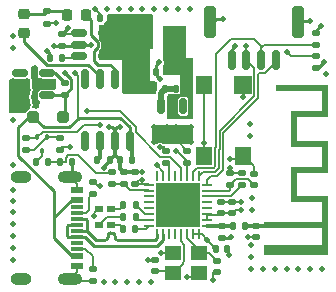
<source format=gtl>
G04 #@! TF.GenerationSoftware,KiCad,Pcbnew,8.0.3*
G04 #@! TF.CreationDate,2024-07-05T13:17:58+02:00*
G04 #@! TF.ProjectId,ESP32-C3-V2,45535033-322d-4433-932d-56322e6b6963,rev?*
G04 #@! TF.SameCoordinates,Original*
G04 #@! TF.FileFunction,Copper,L1,Top*
G04 #@! TF.FilePolarity,Positive*
%FSLAX46Y46*%
G04 Gerber Fmt 4.6, Leading zero omitted, Abs format (unit mm)*
G04 Created by KiCad (PCBNEW 8.0.3) date 2024-07-05 13:17:58*
%MOMM*%
%LPD*%
G01*
G04 APERTURE LIST*
G04 Aperture macros list*
%AMRoundRect*
0 Rectangle with rounded corners*
0 $1 Rounding radius*
0 $2 $3 $4 $5 $6 $7 $8 $9 X,Y pos of 4 corners*
0 Add a 4 corners polygon primitive as box body*
4,1,4,$2,$3,$4,$5,$6,$7,$8,$9,$2,$3,0*
0 Add four circle primitives for the rounded corners*
1,1,$1+$1,$2,$3*
1,1,$1+$1,$4,$5*
1,1,$1+$1,$6,$7*
1,1,$1+$1,$8,$9*
0 Add four rect primitives between the rounded corners*
20,1,$1+$1,$2,$3,$4,$5,0*
20,1,$1+$1,$4,$5,$6,$7,0*
20,1,$1+$1,$6,$7,$8,$9,0*
20,1,$1+$1,$8,$9,$2,$3,0*%
G04 Aperture macros list end*
G04 #@! TA.AperFunction,EtchedComponent*
%ADD10C,0.000000*%
G04 #@! TD*
G04 #@! TA.AperFunction,SMDPad,CuDef*
%ADD11RoundRect,0.140000X-0.170000X0.140000X-0.170000X-0.140000X0.170000X-0.140000X0.170000X0.140000X0*%
G04 #@! TD*
G04 #@! TA.AperFunction,SMDPad,CuDef*
%ADD12RoundRect,0.135000X-0.185000X0.135000X-0.185000X-0.135000X0.185000X-0.135000X0.185000X0.135000X0*%
G04 #@! TD*
G04 #@! TA.AperFunction,SMDPad,CuDef*
%ADD13RoundRect,0.135000X-0.135000X-0.185000X0.135000X-0.185000X0.135000X0.185000X-0.135000X0.185000X0*%
G04 #@! TD*
G04 #@! TA.AperFunction,SMDPad,CuDef*
%ADD14RoundRect,0.150000X0.150000X0.700000X-0.150000X0.700000X-0.150000X-0.700000X0.150000X-0.700000X0*%
G04 #@! TD*
G04 #@! TA.AperFunction,SMDPad,CuDef*
%ADD15RoundRect,0.250000X0.250000X1.100000X-0.250000X1.100000X-0.250000X-1.100000X0.250000X-1.100000X0*%
G04 #@! TD*
G04 #@! TA.AperFunction,SMDPad,CuDef*
%ADD16RoundRect,0.140000X-0.140000X-0.170000X0.140000X-0.170000X0.140000X0.170000X-0.140000X0.170000X0*%
G04 #@! TD*
G04 #@! TA.AperFunction,SMDPad,CuDef*
%ADD17RoundRect,0.140000X0.170000X-0.140000X0.170000X0.140000X-0.170000X0.140000X-0.170000X-0.140000X0*%
G04 #@! TD*
G04 #@! TA.AperFunction,SMDPad,CuDef*
%ADD18RoundRect,0.135000X0.135000X0.185000X-0.135000X0.185000X-0.135000X-0.185000X0.135000X-0.185000X0*%
G04 #@! TD*
G04 #@! TA.AperFunction,SMDPad,CuDef*
%ADD19R,0.700000X0.600000*%
G04 #@! TD*
G04 #@! TA.AperFunction,SMDPad,CuDef*
%ADD20RoundRect,0.218750X0.256250X-0.218750X0.256250X0.218750X-0.256250X0.218750X-0.256250X-0.218750X0*%
G04 #@! TD*
G04 #@! TA.AperFunction,SMDPad,CuDef*
%ADD21R,1.140000X0.600000*%
G04 #@! TD*
G04 #@! TA.AperFunction,SMDPad,CuDef*
%ADD22R,1.140000X0.300000*%
G04 #@! TD*
G04 #@! TA.AperFunction,ComponentPad*
%ADD23O,2.100000X1.000000*%
G04 #@! TD*
G04 #@! TA.AperFunction,ComponentPad*
%ADD24O,1.800000X1.000000*%
G04 #@! TD*
G04 #@! TA.AperFunction,ComponentPad*
%ADD25RoundRect,0.250000X0.350000X0.625000X-0.350000X0.625000X-0.350000X-0.625000X0.350000X-0.625000X0*%
G04 #@! TD*
G04 #@! TA.AperFunction,ComponentPad*
%ADD26O,1.200000X1.750000*%
G04 #@! TD*
G04 #@! TA.AperFunction,SMDPad,CuDef*
%ADD27RoundRect,0.140000X0.140000X0.170000X-0.140000X0.170000X-0.140000X-0.170000X0.140000X-0.170000X0*%
G04 #@! TD*
G04 #@! TA.AperFunction,SMDPad,CuDef*
%ADD28RoundRect,0.250000X0.250000X0.250000X-0.250000X0.250000X-0.250000X-0.250000X0.250000X-0.250000X0*%
G04 #@! TD*
G04 #@! TA.AperFunction,SMDPad,CuDef*
%ADD29RoundRect,0.135000X0.185000X-0.135000X0.185000X0.135000X-0.185000X0.135000X-0.185000X-0.135000X0*%
G04 #@! TD*
G04 #@! TA.AperFunction,SMDPad,CuDef*
%ADD30RoundRect,0.218750X0.218750X0.256250X-0.218750X0.256250X-0.218750X-0.256250X0.218750X-0.256250X0*%
G04 #@! TD*
G04 #@! TA.AperFunction,SMDPad,CuDef*
%ADD31RoundRect,0.100000X-0.100000X0.125000X-0.100000X-0.125000X0.100000X-0.125000X0.100000X0.125000X0*%
G04 #@! TD*
G04 #@! TA.AperFunction,SMDPad,CuDef*
%ADD32R,1.500000X1.500000*%
G04 #@! TD*
G04 #@! TA.AperFunction,SMDPad,CuDef*
%ADD33R,1.400000X1.600000*%
G04 #@! TD*
G04 #@! TA.AperFunction,ConnectorPad*
%ADD34R,0.500000X0.500000*%
G04 #@! TD*
G04 #@! TA.AperFunction,ComponentPad*
%ADD35R,0.500000X0.900000*%
G04 #@! TD*
G04 #@! TA.AperFunction,SMDPad,CuDef*
%ADD36RoundRect,0.150000X-0.150000X0.512500X-0.150000X-0.512500X0.150000X-0.512500X0.150000X0.512500X0*%
G04 #@! TD*
G04 #@! TA.AperFunction,SMDPad,CuDef*
%ADD37RoundRect,0.062500X0.337500X0.062500X-0.337500X0.062500X-0.337500X-0.062500X0.337500X-0.062500X0*%
G04 #@! TD*
G04 #@! TA.AperFunction,SMDPad,CuDef*
%ADD38RoundRect,0.062500X0.062500X0.337500X-0.062500X0.337500X-0.062500X-0.337500X0.062500X-0.337500X0*%
G04 #@! TD*
G04 #@! TA.AperFunction,SMDPad,CuDef*
%ADD39R,3.700000X3.700000*%
G04 #@! TD*
G04 #@! TA.AperFunction,SMDPad,CuDef*
%ADD40RoundRect,0.150000X-0.512500X-0.150000X0.512500X-0.150000X0.512500X0.150000X-0.512500X0.150000X0*%
G04 #@! TD*
G04 #@! TA.AperFunction,SMDPad,CuDef*
%ADD41R,1.400000X1.200000*%
G04 #@! TD*
G04 #@! TA.AperFunction,SMDPad,CuDef*
%ADD42RoundRect,0.150000X0.150000X-0.675000X0.150000X0.675000X-0.150000X0.675000X-0.150000X-0.675000X0*%
G04 #@! TD*
G04 #@! TA.AperFunction,SMDPad,CuDef*
%ADD43RoundRect,0.150000X0.512500X0.150000X-0.512500X0.150000X-0.512500X-0.150000X0.512500X-0.150000X0*%
G04 #@! TD*
G04 #@! TA.AperFunction,ViaPad*
%ADD44C,0.500000*%
G04 #@! TD*
G04 #@! TA.AperFunction,Conductor*
%ADD45C,0.250000*%
G04 #@! TD*
G04 #@! TA.AperFunction,Conductor*
%ADD46C,0.200000*%
G04 #@! TD*
G04 #@! TA.AperFunction,Conductor*
%ADD47C,0.350000*%
G04 #@! TD*
G04 #@! TA.AperFunction,Conductor*
%ADD48C,0.342400*%
G04 #@! TD*
G04 #@! TA.AperFunction,Conductor*
%ADD49C,0.550000*%
G04 #@! TD*
G04 #@! TA.AperFunction,Conductor*
%ADD50C,0.267200*%
G04 #@! TD*
G04 APERTURE END LIST*
D10*
G04 #@! TA.AperFunction,EtchedComponent*
G04 #@! TO.C,AE1*
G36*
X60325000Y1950000D02*
G01*
X57685000Y1950000D01*
X57685000Y-50000D01*
X60325000Y-50000D01*
X60325000Y-2750000D01*
X57685000Y-2750000D01*
X57685000Y-4750000D01*
X60325000Y-4750000D01*
X60325000Y-9750000D01*
X55168215Y-9750000D01*
X54925000Y-9750000D01*
X54925000Y-9325156D01*
X55028957Y-9325156D01*
X55041065Y-9367819D01*
X55045419Y-9375731D01*
X55078203Y-9413674D01*
X55120605Y-9437742D01*
X55168215Y-9447583D01*
X55216622Y-9442847D01*
X55261416Y-9423185D01*
X55298186Y-9388245D01*
X55315092Y-9355353D01*
X55322982Y-9307267D01*
X55316408Y-9257682D01*
X55296313Y-9212372D01*
X55263643Y-9177112D01*
X55231417Y-9160218D01*
X55183158Y-9151778D01*
X55133632Y-9158309D01*
X55088447Y-9178868D01*
X55053213Y-9212511D01*
X55042600Y-9231122D01*
X55029700Y-9276637D01*
X55028957Y-9325156D01*
X54925000Y-9325156D01*
X54925000Y-8850000D01*
X59825000Y-8850000D01*
X59825000Y-7450000D01*
X54925000Y-7450000D01*
X54925000Y-6950000D01*
X59825000Y-6950000D01*
X59825000Y-5250000D01*
X57185000Y-5250000D01*
X57185000Y-2250000D01*
X59825000Y-2250000D01*
X59825000Y-550000D01*
X57185000Y-550000D01*
X57185000Y2450000D01*
X59825000Y2450000D01*
X59825000Y4150000D01*
X55885000Y4150000D01*
X55885000Y4650000D01*
X60325000Y4650000D01*
X60325000Y1950000D01*
G37*
G04 #@! TD.AperFunction*
G04 #@! TD*
D11*
G04 #@! TO.P,C3,1*
G04 #@! TO.N,Net-(AE1-A)*
X54200000Y-7220000D03*
G04 #@! TO.P,C3,2*
G04 #@! TO.N,GND*
X54200000Y-8180000D03*
G04 #@! TD*
D12*
G04 #@! TO.P,R3,1*
G04 #@! TO.N,Net-(U1-CC2)*
X40400000Y-10890000D03*
G04 #@! TO.P,R3,2*
G04 #@! TO.N,GND*
X40400000Y-11910000D03*
G04 #@! TD*
D11*
G04 #@! TO.P,C5,1*
G04 #@! TO.N,GND*
X48400000Y-920000D03*
G04 #@! TO.P,C5,2*
G04 #@! TO.N,+3.3V*
X48400000Y-1880000D03*
G04 #@! TD*
D13*
G04 #@! TO.P,R14,1*
G04 #@! TO.N,Net-(R13-Pad2)*
X37590000Y-1820000D03*
G04 #@! TO.P,R14,2*
G04 #@! TO.N,GND*
X38610000Y-1820000D03*
G04 #@! TD*
D12*
G04 #@! TO.P,R9,1*
G04 #@! TO.N,+3.3V*
X59300000Y9110000D03*
G04 #@! TO.P,R9,2*
G04 #@! TO.N,MCU_SDA*
X59300000Y8090000D03*
G04 #@! TD*
G04 #@! TO.P,R5,1*
G04 #@! TO.N,Net-(R13-Pad2)*
X42000000Y-2690000D03*
G04 #@! TO.P,R5,2*
G04 #@! TO.N,ADC*
X42000000Y-3710000D03*
G04 #@! TD*
D14*
G04 #@! TO.P,J3,1,Pin_1*
G04 #@! TO.N,VCC_Sensor*
X55900000Y6800000D03*
G04 #@! TO.P,J3,2,Pin_2*
G04 #@! TO.N,MCU_SDA*
X54650000Y6800000D03*
G04 #@! TO.P,J3,3,Pin_3*
G04 #@! TO.N,MCU_SCL*
X53400000Y6800000D03*
G04 #@! TO.P,J3,4,Pin_4*
G04 #@! TO.N,GND*
X52150000Y6800000D03*
D15*
G04 #@! TO.P,J3,MP,MP*
X57750000Y10000000D03*
X50300000Y10000000D03*
G04 #@! TD*
D16*
G04 #@! TO.P,C1,1*
G04 #@! TO.N,+3.3V*
X50820000Y-9200000D03*
G04 #@! TO.P,C1,2*
G04 #@! TO.N,GND*
X51780000Y-9200000D03*
G04 #@! TD*
D17*
G04 #@! TO.P,C12,1*
G04 #@! TO.N,EN_ADC*
X37600000Y-800000D03*
G04 #@! TO.P,C12,2*
G04 #@! TO.N,Net-(Q1-G)*
X37600000Y160000D03*
G04 #@! TD*
D11*
G04 #@! TO.P,C16,1*
G04 #@! TO.N,Net-(U3-XTAL_P)*
X50900000Y-10190000D03*
G04 #@! TO.P,C16,2*
G04 #@! TO.N,GND*
X50900000Y-11150000D03*
G04 #@! TD*
D18*
G04 #@! TO.P,R12,1*
G04 #@! TO.N,Rot*
X44010000Y-5490000D03*
G04 #@! TO.P,R12,2*
G04 #@! TO.N,Net-(D1-RK)*
X42990000Y-5490000D03*
G04 #@! TD*
D17*
G04 #@! TO.P,C11,1*
G04 #@! TO.N,+3.3V*
X44000000Y-3680000D03*
G04 #@! TO.P,C11,2*
G04 #@! TO.N,GND*
X44000000Y-2720000D03*
G04 #@! TD*
G04 #@! TO.P,C13,1*
G04 #@! TO.N,ADC*
X43000000Y-3680000D03*
G04 #@! TO.P,C13,2*
G04 #@! TO.N,GND*
X43000000Y-2720000D03*
G04 #@! TD*
D19*
G04 #@! TO.P,D1,1,RK*
G04 #@! TO.N,Net-(D1-RK)*
X41900000Y-5790000D03*
G04 #@! TO.P,D1,2,A*
G04 #@! TO.N,+3.3V*
X40900000Y-5790000D03*
G04 #@! TO.P,D1,3,BK*
G04 #@! TO.N,Net-(D1-BK)*
X40900000Y-7190000D03*
G04 #@! TO.P,D1,4,GK*
G04 #@! TO.N,Net-(D1-GK)*
X41900000Y-7190000D03*
G04 #@! TD*
D20*
G04 #@! TO.P,D2,1,K*
G04 #@! TO.N,Net-(D2-K)*
X34600000Y9112500D03*
G04 #@! TO.P,D2,2,A*
G04 #@! TO.N,Net-(D2-A)*
X34600000Y10687500D03*
G04 #@! TD*
D11*
G04 #@! TO.P,C6,1*
G04 #@! TO.N,Net-(U3-LNA_IN)*
X51300000Y-7270000D03*
G04 #@! TO.P,C6,2*
G04 #@! TO.N,GND*
X51300000Y-8230000D03*
G04 #@! TD*
D21*
G04 #@! TO.P,U1,A1,GND*
G04 #@! TO.N,GND*
X39070000Y-4210000D03*
G04 #@! TO.P,U1,A4,VBUS*
G04 #@! TO.N,VCC*
X39070000Y-5010000D03*
D22*
G04 #@! TO.P,U1,A5,CC1*
G04 #@! TO.N,Net-(U1-CC1)*
X39070000Y-6160000D03*
G04 #@! TO.P,U1,A6,D+*
G04 #@! TO.N,USB_D+*
X39070000Y-7160000D03*
G04 #@! TO.P,U1,A7,D-*
G04 #@! TO.N,USB_D-*
X39070000Y-7660000D03*
G04 #@! TO.P,U1,A8,SBU1*
G04 #@! TO.N,unconnected-(U1-SBU1-PadA8)*
X39070000Y-8660000D03*
D21*
G04 #@! TO.P,U1,A9,VBUS*
G04 #@! TO.N,VCC*
X39070000Y-9810000D03*
G04 #@! TO.P,U1,A12,GND*
G04 #@! TO.N,GND*
X39070000Y-10610000D03*
G04 #@! TO.P,U1,B1,GND*
X39070000Y-10610000D03*
G04 #@! TO.P,U1,B4,VBUS*
G04 #@! TO.N,VCC*
X39070000Y-9810000D03*
D22*
G04 #@! TO.P,U1,B5,CC2*
G04 #@! TO.N,Net-(U1-CC2)*
X39070000Y-9160000D03*
G04 #@! TO.P,U1,B6,D+*
G04 #@! TO.N,USB_D+*
X39070000Y-8160000D03*
G04 #@! TO.P,U1,B7,D-*
G04 #@! TO.N,USB_D-*
X39070000Y-6660000D03*
G04 #@! TO.P,U1,B8,SBU2*
G04 #@! TO.N,unconnected-(U1-SBU2-PadB8)*
X39070000Y-5660000D03*
D21*
G04 #@! TO.P,U1,B9,VBUS*
G04 #@! TO.N,VCC*
X39070000Y-5010000D03*
G04 #@! TO.P,U1,B12,GND*
G04 #@! TO.N,GND*
X39070000Y-4210000D03*
D23*
G04 #@! TO.P,U1,S1,SHIELD*
X38500000Y-3090000D03*
D24*
X34320000Y-3090000D03*
D23*
X38500000Y-11730000D03*
D24*
X34320000Y-11730000D03*
G04 #@! TD*
D13*
G04 #@! TO.P,R4,1*
G04 #@! TO.N,+BATT*
X45490000Y4350000D03*
G04 #@! TO.P,R4,2*
G04 #@! TO.N,Net-(U5-Vin)*
X46510000Y4350000D03*
G04 #@! TD*
D25*
G04 #@! TO.P,J2,1,Pin_1*
G04 #@! TO.N,Earth*
X46900000Y8650000D03*
D26*
G04 #@! TO.P,J2,2,Pin_2*
G04 #@! TO.N,+BATT*
X44900000Y8650000D03*
G04 #@! TD*
D18*
G04 #@! TO.P,R8,1*
G04 #@! TO.N,Gr\u00FCn*
X44000000Y-7500000D03*
G04 #@! TO.P,R8,2*
G04 #@! TO.N,Net-(D1-GK)*
X42980000Y-7500000D03*
G04 #@! TD*
D12*
G04 #@! TO.P,R1,1*
G04 #@! TO.N,+3.3V*
X53000000Y-2790000D03*
G04 #@! TO.P,R1,2*
G04 #@! TO.N,EXTI*
X53000000Y-3810000D03*
G04 #@! TD*
D27*
G04 #@! TO.P,C15,1*
G04 #@! TO.N,+BATT*
X41980000Y10325000D03*
G04 #@! TO.P,C15,2*
G04 #@! TO.N,GND*
X41020000Y10325000D03*
G04 #@! TD*
G04 #@! TO.P,C8,1*
G04 #@! TO.N,VCC*
X43680000Y-1700000D03*
G04 #@! TO.P,C8,2*
G04 #@! TO.N,GND*
X42720000Y-1700000D03*
G04 #@! TD*
D18*
G04 #@! TO.P,R16,1*
G04 #@! TO.N,GND*
X41810000Y-1700000D03*
G04 #@! TO.P,R16,2*
G04 #@! TO.N,Net-(U4-PROG)*
X40790000Y-1700000D03*
G04 #@! TD*
D13*
G04 #@! TO.P,R13,1*
G04 #@! TO.N,Net-(Q1-D)*
X35590000Y-1820000D03*
G04 #@! TO.P,R13,2*
G04 #@! TO.N,Net-(R13-Pad2)*
X36610000Y-1820000D03*
G04 #@! TD*
D12*
G04 #@! TO.P,R19,1*
G04 #@! TO.N,+3.3V*
X52000000Y-2790000D03*
G04 #@! TO.P,R19,2*
G04 #@! TO.N,CHIP_EN*
X52000000Y-3810000D03*
G04 #@! TD*
D18*
G04 #@! TO.P,L1,1,1*
G04 #@! TO.N,Net-(AE1-A)*
X53310000Y-7250000D03*
G04 #@! TO.P,L1,2,2*
G04 #@! TO.N,Net-(U3-LNA_IN)*
X52290000Y-7250000D03*
G04 #@! TD*
D28*
G04 #@! TO.P,D4,1,K*
G04 #@! TO.N,OUT*
X37850000Y2000000D03*
G04 #@! TO.P,D4,2,A*
G04 #@! TO.N,VCC*
X35350000Y2000000D03*
G04 #@! TD*
D12*
G04 #@! TO.P,R15,1*
G04 #@! TO.N,+BATT*
X34700000Y190000D03*
G04 #@! TO.P,R15,2*
G04 #@! TO.N,Net-(Q1-G)*
X34700000Y-830000D03*
G04 #@! TD*
D29*
G04 #@! TO.P,R2,1*
G04 #@! TO.N,Net-(U1-CC1)*
X40400000Y-4510000D03*
G04 #@! TO.P,R2,2*
G04 #@! TO.N,GND*
X40400000Y-3490000D03*
G04 #@! TD*
D30*
G04 #@! TO.P,D3,1,K*
G04 #@! TO.N,Net-(D3-K)*
X39787500Y10600000D03*
G04 #@! TO.P,D3,2,A*
G04 #@! TO.N,Net-(D2-A)*
X38212500Y10600000D03*
G04 #@! TD*
D29*
G04 #@! TO.P,R11,1*
G04 #@! TO.N,VCC*
X36500000Y9890000D03*
G04 #@! TO.P,R11,2*
G04 #@! TO.N,Net-(D2-A)*
X36500000Y10910000D03*
G04 #@! TD*
G04 #@! TO.P,R10,1*
G04 #@! TO.N,+3.3V*
X59300000Y6090000D03*
G04 #@! TO.P,R10,2*
G04 #@! TO.N,MCU_SCL*
X59300000Y7110000D03*
G04 #@! TD*
D18*
G04 #@! TO.P,R17,1*
G04 #@! TO.N,Net-(U6-SET)*
X37800000Y7005000D03*
G04 #@! TO.P,R17,2*
G04 #@! TO.N,GND*
X36780000Y7005000D03*
G04 #@! TD*
D31*
G04 #@! TO.P,Q1,1,G*
G04 #@! TO.N,Net-(Q1-G)*
X36500000Y255000D03*
G04 #@! TO.P,Q1,2,S*
G04 #@! TO.N,+BATT*
X35700000Y255000D03*
G04 #@! TO.P,Q1,3,D*
G04 #@! TO.N,Net-(Q1-D)*
X36100000Y-895000D03*
G04 #@! TD*
D11*
G04 #@! TO.P,C18,1*
G04 #@! TO.N,OUT*
X37790000Y8985000D03*
G04 #@! TO.P,C18,2*
G04 #@! TO.N,GND*
X37790000Y8025000D03*
G04 #@! TD*
D32*
G04 #@! TO.P,SW2,1,1*
G04 #@! TO.N,GND*
X53100000Y4700000D03*
D33*
X53100000Y-1300000D03*
G04 #@! TO.P,SW2,2,2*
G04 #@! TO.N,Net-(U3-GPIO9)*
X49800000Y4700000D03*
X49800000Y-1300000D03*
G04 #@! TD*
D17*
G04 #@! TO.P,C14,1*
G04 #@! TO.N,CHIP_EN*
X54000000Y-3780000D03*
G04 #@! TO.P,C14,2*
G04 #@! TO.N,GND*
X54000000Y-2820000D03*
G04 #@! TD*
D34*
G04 #@! TO.P,AE1,1,A*
G04 #@! TO.N,Net-(AE1-A)*
X55175000Y-7200000D03*
D35*
G04 #@! TO.P,AE1,2,GND*
G04 #@! TO.N,GND*
X55175000Y-9300000D03*
G04 #@! TD*
D12*
G04 #@! TO.P,R6,1*
G04 #@! TO.N,+3.3V*
X46600000Y-890000D03*
G04 #@! TO.P,R6,2*
G04 #@! TO.N,GPIO8*
X46600000Y-1910000D03*
G04 #@! TD*
D16*
G04 #@! TO.P,C9,1*
G04 #@! TO.N,+BATT*
X44820000Y5800000D03*
G04 #@! TO.P,C9,2*
G04 #@! TO.N,GND*
X45780000Y5800000D03*
G04 #@! TD*
D18*
G04 #@! TO.P,R7,1*
G04 #@! TO.N,Blau*
X44010000Y-6490000D03*
G04 #@! TO.P,R7,2*
G04 #@! TO.N,Net-(D1-BK)*
X42990000Y-6490000D03*
G04 #@! TD*
D29*
G04 #@! TO.P,R18,1*
G04 #@! TO.N,OUT*
X38000000Y3840000D03*
G04 #@! TO.P,R18,2*
G04 #@! TO.N,Net-(U2-EN)*
X38000000Y4860000D03*
G04 #@! TD*
D36*
G04 #@! TO.P,U5,1,VT*
G04 #@! TO.N,unconnected-(U5-VT-Pad1)*
X48050000Y2887500D03*
G04 #@! TO.P,U5,2,GND*
G04 #@! TO.N,Earth*
X47100000Y2887500D03*
G04 #@! TO.P,U5,3,Vin*
G04 #@! TO.N,Net-(U5-Vin)*
X46150000Y2887500D03*
G04 #@! TO.P,U5,4,VM*
G04 #@! TO.N,GND*
X46150000Y612500D03*
G04 #@! TO.P,U5,5,VM*
X48050000Y612500D03*
G04 #@! TD*
D11*
G04 #@! TO.P,C7,1*
G04 #@! TO.N,GND*
X51250000Y-5220000D03*
G04 #@! TO.P,C7,2*
G04 #@! TO.N,+3.3V*
X51250000Y-6180000D03*
G04 #@! TD*
D37*
G04 #@! TO.P,U3,1,LNA_IN*
G04 #@! TO.N,Net-(U3-LNA_IN)*
X50050000Y-7250000D03*
G04 #@! TO.P,U3,2,VDD3P3*
G04 #@! TO.N,+3.3V*
X50050000Y-6750000D03*
G04 #@! TO.P,U3,3,VDD3P3*
X50050000Y-6250000D03*
G04 #@! TO.P,U3,4,XTAL_32K_P*
G04 #@! TO.N,unconnected-(U3-XTAL_32K_P-Pad4)*
X50050000Y-5750000D03*
G04 #@! TO.P,U3,5,XTAL_32K_N*
G04 #@! TO.N,unconnected-(U3-XTAL_32K_N-Pad5)*
X50050000Y-5250000D03*
G04 #@! TO.P,U3,6,GPIO2*
G04 #@! TO.N,EXTI*
X50050000Y-4750000D03*
G04 #@! TO.P,U3,7,CHIP_EN*
G04 #@! TO.N,CHIP_EN*
X50050000Y-4250000D03*
G04 #@! TO.P,U3,8,GPIO3*
G04 #@! TO.N,VCC_Sensor*
X50050000Y-3750000D03*
D38*
G04 #@! TO.P,U3,9,MTMS*
G04 #@! TO.N,MCU_SCL*
X49350000Y-3050000D03*
G04 #@! TO.P,U3,10,MTDI*
G04 #@! TO.N,MCU_SDA*
X48850000Y-3050000D03*
G04 #@! TO.P,U3,11,VDD3P3_RTC*
G04 #@! TO.N,+3.3V*
X48350000Y-3050000D03*
G04 #@! TO.P,U3,12,MTCK*
G04 #@! TO.N,EN_ADC*
X47850000Y-3050000D03*
G04 #@! TO.P,U3,13,MTDO*
G04 #@! TO.N,unconnected-(U3-MTDO-Pad13)*
X47350000Y-3050000D03*
G04 #@! TO.P,U3,14,GPIO8*
G04 #@! TO.N,GPIO8*
X46850000Y-3050000D03*
G04 #@! TO.P,U3,15,GPIO9*
G04 #@! TO.N,Net-(U3-GPIO9)*
X46350000Y-3050000D03*
G04 #@! TO.P,U3,16,GPIO10*
G04 #@! TO.N,unconnected-(U3-GPIO10-Pad16)*
X45850000Y-3050000D03*
D37*
G04 #@! TO.P,U3,17,VDD3P3_CPU*
G04 #@! TO.N,+3.3V*
X45150000Y-3750000D03*
G04 #@! TO.P,U3,18,VDD_SPI*
G04 #@! TO.N,ADC*
X45150000Y-4250000D03*
G04 #@! TO.P,U3,19,SPIHD*
G04 #@! TO.N,unconnected-(U3-SPIHD-Pad19)*
X45150000Y-4750000D03*
G04 #@! TO.P,U3,20,SPIWP*
G04 #@! TO.N,unconnected-(U3-SPIWP-Pad20)*
X45150000Y-5250000D03*
G04 #@! TO.P,U3,21,SPICS0*
G04 #@! TO.N,unconnected-(U3-SPICS0-Pad21)*
X45150000Y-5750000D03*
G04 #@! TO.P,U3,22,SPICLK*
G04 #@! TO.N,Rot*
X45150000Y-6250000D03*
G04 #@! TO.P,U3,23,SPID*
G04 #@! TO.N,Blau*
X45150000Y-6750000D03*
G04 #@! TO.P,U3,24,SPIQ*
G04 #@! TO.N,Gr\u00FCn*
X45150000Y-7250000D03*
D38*
G04 #@! TO.P,U3,25,GPIO18*
G04 #@! TO.N,USB_D-*
X45850000Y-7950000D03*
G04 #@! TO.P,U3,26,GPIO19*
G04 #@! TO.N,USB_D+*
X46350000Y-7950000D03*
G04 #@! TO.P,U3,27,U0RXD*
G04 #@! TO.N,unconnected-(U3-U0RXD-Pad27)*
X46850000Y-7950000D03*
G04 #@! TO.P,U3,28,U0TXD*
G04 #@! TO.N,unconnected-(U3-U0TXD-Pad28)*
X47350000Y-7950000D03*
G04 #@! TO.P,U3,29,XTAL_N*
G04 #@! TO.N,Net-(U3-XTAL_N)*
X47850000Y-7950000D03*
G04 #@! TO.P,U3,30,XTAL_P*
G04 #@! TO.N,Net-(U3-XTAL_P)*
X48350000Y-7950000D03*
G04 #@! TO.P,U3,31,VDDA*
G04 #@! TO.N,+3.3V*
X48850000Y-7950000D03*
G04 #@! TO.P,U3,32,VDDA*
X49350000Y-7950000D03*
D39*
G04 #@! TO.P,U3,33,GND*
G04 #@! TO.N,GND*
X47600000Y-5500000D03*
G04 #@! TD*
D11*
G04 #@! TO.P,C2,1*
G04 #@! TO.N,GND*
X52200000Y-5220000D03*
G04 #@! TO.P,C2,2*
G04 #@! TO.N,+3.3V*
X52200000Y-6180000D03*
G04 #@! TD*
D40*
G04 #@! TO.P,U6,1,VOUT*
G04 #@! TO.N,OUT*
X39262500Y9050000D03*
G04 #@! TO.P,U6,2,GND*
G04 #@! TO.N,GND*
X39262500Y8100000D03*
G04 #@! TO.P,U6,3,SET*
G04 #@! TO.N,Net-(U6-SET)*
X39262500Y7150000D03*
G04 #@! TO.P,U6,4,EN*
G04 #@! TO.N,+BATT*
X41537500Y7150000D03*
G04 #@! TO.P,U6,5,VIN*
X41537500Y9050000D03*
G04 #@! TD*
D16*
G04 #@! TO.P,C4,1*
G04 #@! TO.N,Net-(U5-Vin)*
X47400000Y4350000D03*
G04 #@! TO.P,C4,2*
G04 #@! TO.N,Earth*
X48360000Y4350000D03*
G04 #@! TD*
D41*
G04 #@! TO.P,Y1,1,OSC1*
G04 #@! TO.N,Net-(U3-XTAL_P)*
X49400000Y-9550000D03*
G04 #@! TO.P,Y1,2,GND*
G04 #@! TO.N,GND*
X47200000Y-9550000D03*
G04 #@! TO.P,Y1,3,OSC2*
G04 #@! TO.N,Net-(U3-XTAL_N)*
X47200000Y-11250000D03*
G04 #@! TO.P,Y1,4,GND*
G04 #@! TO.N,GND*
X49400000Y-11250000D03*
G04 #@! TD*
D42*
G04 #@! TO.P,U4,1,NC*
G04 #@! TO.N,unconnected-(U4-NC-Pad1)*
X39695000Y-25000D03*
G04 #@! TO.P,U4,2,PROG*
G04 #@! TO.N,Net-(U4-PROG)*
X40965000Y-25000D03*
G04 #@! TO.P,U4,3,GND*
G04 #@! TO.N,GND*
X42235000Y-25000D03*
G04 #@! TO.P,U4,4,VCC*
G04 #@! TO.N,VCC*
X43505000Y-25000D03*
G04 #@! TO.P,U4,5,BAT*
G04 #@! TO.N,+BATT*
X43505000Y5225000D03*
G04 #@! TO.P,U4,6,CHRGT*
G04 #@! TO.N,Net-(D3-K)*
X42235000Y5225000D03*
G04 #@! TO.P,U4,7,CHRG*
G04 #@! TO.N,Net-(D2-K)*
X40965000Y5225000D03*
G04 #@! TO.P,U4,8,NTC*
G04 #@! TO.N,unconnected-(U4-NTC-Pad8)*
X39695000Y5225000D03*
G04 #@! TD*
D43*
G04 #@! TO.P,U2,1,Vin*
G04 #@! TO.N,OUT*
X36537500Y3800000D03*
G04 #@! TO.P,U2,2,GND*
G04 #@! TO.N,GND*
X36537500Y4750000D03*
G04 #@! TO.P,U2,3,EN*
G04 #@! TO.N,Net-(U2-EN)*
X36537500Y5700000D03*
G04 #@! TO.P,U2,4,NC*
G04 #@! TO.N,unconnected-(U2-NC-Pad4)*
X34262500Y5700000D03*
G04 #@! TO.P,U2,5,Vout*
G04 #@! TO.N,+3.3V*
X34262500Y3800000D03*
G04 #@! TD*
D17*
G04 #@! TO.P,C17,1*
G04 #@! TO.N,Net-(U3-XTAL_N)*
X45700000Y-11080000D03*
G04 #@! TO.P,C17,2*
G04 #@! TO.N,GND*
X45700000Y-10120000D03*
G04 #@! TD*
D44*
G04 #@! TO.N,GND*
X51400000Y10300000D03*
X47400000Y1100000D03*
X33600000Y-7100000D03*
X47700000Y-6900000D03*
X42700000Y1100000D03*
X46300000Y-6000000D03*
X46300000Y-4200000D03*
X56800000Y-10900000D03*
X33600000Y-9100000D03*
X33600000Y-4200000D03*
X45300000Y-12000000D03*
X47400000Y0D03*
X47700000Y-5100000D03*
X48700000Y-100000D03*
X43300000Y-12000000D03*
X46100000Y5200000D03*
X59800000Y-10900000D03*
X48600000Y11100000D03*
X53800000Y-10900000D03*
X48700000Y1100000D03*
X33600000Y-8100000D03*
X44300000Y-12000000D03*
X42300000Y-12000000D03*
X53500000Y-8200000D03*
X46700000Y1100000D03*
X48900000Y-6000000D03*
X48900000Y-6900000D03*
X48900000Y-4200000D03*
X52000000Y-1600000D03*
X52400000Y8000000D03*
X46200000Y-9500000D03*
X45600000Y11100000D03*
X58800000Y10100000D03*
X41300000Y-2300000D03*
X35500000Y5200000D03*
X46300000Y-5100000D03*
X54800000Y-10900000D03*
X41800000Y1100000D03*
X35600000Y4500000D03*
X58800000Y-10900000D03*
X35400000Y3700000D03*
X46700000Y0D03*
X57800000Y-10900000D03*
X52100000Y-8200000D03*
X33600000Y-2100000D03*
X46000000Y6600000D03*
X33600000Y8800000D03*
X45600000Y1100000D03*
X40200000Y8100000D03*
X44600000Y11100000D03*
X41600000Y11100000D03*
X41300000Y-12000000D03*
X42600000Y11100000D03*
X47700000Y-4200000D03*
X46600000Y11100000D03*
X35500000Y6100000D03*
X50600000Y-11800000D03*
X53800000Y-9900000D03*
X45600000Y-100000D03*
X33600000Y-5100000D03*
X53900000Y-4900000D03*
X53100000Y3700000D03*
X33600292Y-10100000D03*
X40600000Y11100000D03*
X55800000Y-10900000D03*
X46300000Y-6900000D03*
X36500000Y7600000D03*
X48900000Y-5100000D03*
X52900000Y-5200000D03*
X33600000Y1700000D03*
X44600000Y-2700000D03*
X35600000Y2900000D03*
X53800000Y-8900000D03*
X47600000Y11100000D03*
X33600000Y7800000D03*
X45100000Y-10100000D03*
X48400000Y-11600000D03*
X33600000Y-6100000D03*
X53700000Y1400000D03*
X53700000Y400000D03*
X60100000Y5600000D03*
X51900000Y-9700000D03*
X43600000Y11100000D03*
X37100000Y8000000D03*
X41000000Y-3900000D03*
X53900000Y-5900000D03*
X47700000Y-6000000D03*
G04 #@! TO.N,VCC*
X38900000Y5700000D03*
X37300000Y9900000D03*
G04 #@! TO.N,+BATT*
X41000000Y1300000D03*
G04 #@! TO.N,+3.3V*
X33600000Y3000000D03*
X40500000Y-6400000D03*
X44600000Y-3400000D03*
X34900000Y3000000D03*
X33600000Y5000000D03*
X47400000Y-900000D03*
X33600000Y4300000D03*
X60000000Y6600000D03*
X34300000Y2600000D03*
X46100000Y-600000D03*
X59700000Y9700000D03*
X52000000Y-2300000D03*
X34900000Y4300000D03*
X52900000Y-5900000D03*
X34800000Y5000000D03*
X50100000Y-8400000D03*
G04 #@! TO.N,MCU_SCL*
X53400000Y8000000D03*
X56800000Y7500000D03*
G04 #@! TO.N,Net-(U3-GPIO9)*
X49800000Y-200000D03*
X45799999Y-2100000D03*
G04 #@! TO.N,EN_ADC*
X38500000Y-600000D03*
X39900000Y2500000D03*
G04 #@! TO.N,OUT*
X38000000Y5700000D03*
X38300000Y9495000D03*
G04 #@! TD*
D45*
G04 #@! TO.N,GND*
X39187500Y8025000D02*
X39262500Y8100000D01*
X52100000Y-8200000D02*
X52070000Y-8230000D01*
X58800000Y10100000D02*
X58075000Y10100000D01*
D46*
X54180000Y-8200000D02*
X54200000Y-8180000D01*
X39070000Y-3660000D02*
X38500000Y-3090000D01*
D45*
X45780000Y5520000D02*
X46100000Y5200000D01*
X51400000Y10300000D02*
X50825000Y10300000D01*
X53100000Y3700000D02*
X53100000Y4700000D01*
D46*
X51330000Y-8200000D02*
X51300000Y-8230000D01*
D45*
X50825000Y10300000D02*
X50575000Y10050000D01*
X45100000Y-10100000D02*
X45680000Y-10100000D01*
D46*
X41020000Y10680000D02*
X40600000Y11100000D01*
X41020000Y10325000D02*
X41020000Y10680000D01*
D45*
X38610000Y-1820000D02*
X38610000Y-2980000D01*
D46*
X44580000Y-2720000D02*
X44000000Y-2720000D01*
D45*
X40200000Y8100000D02*
X39262500Y8100000D01*
D46*
X52900000Y-5200000D02*
X52220000Y-5200000D01*
X40400000Y-11910000D02*
X38680000Y-11910000D01*
X48400000Y-11600000D02*
X48685000Y-11600000D01*
D47*
X42235000Y-1215000D02*
X42720000Y-1700000D01*
D45*
X58075000Y10100000D02*
X58025000Y10050000D01*
X52070000Y-8230000D02*
X51300000Y-8230000D01*
X52150000Y7750000D02*
X52150000Y6800000D01*
X45780000Y5800000D02*
X45780000Y5520000D01*
X41300000Y-2300000D02*
X41300000Y-2210000D01*
D47*
X42235000Y-25000D02*
X42235000Y-1275000D01*
D46*
X53500000Y-8200000D02*
X54180000Y-8200000D01*
D45*
X37100000Y8000000D02*
X37765000Y8000000D01*
D46*
X51900000Y-9700000D02*
X51900000Y-9320000D01*
D45*
X37765000Y8000000D02*
X37790000Y8025000D01*
D46*
X54000000Y-2820000D02*
X54000000Y-2200000D01*
D45*
X41800000Y1100000D02*
X42000000Y1100000D01*
X52400000Y8000000D02*
X52150000Y7750000D01*
D46*
X41000000Y-3900000D02*
X40810000Y-3900000D01*
D45*
X42400000Y1100000D02*
X42235000Y935000D01*
D46*
X47480000Y0D02*
X48400000Y-920000D01*
X52220000Y-5200000D02*
X52200000Y-5220000D01*
D45*
X45780000Y6380000D02*
X46000000Y6600000D01*
X45680000Y-10100000D02*
X45700000Y-10120000D01*
D46*
X51900000Y-9320000D02*
X51780000Y-9200000D01*
D47*
X43000000Y-2720000D02*
X44000000Y-2720000D01*
D45*
X42000000Y1100000D02*
X42235000Y865000D01*
D46*
X44600000Y-2700000D02*
X44580000Y-2720000D01*
D45*
X41300000Y-2210000D02*
X41810000Y-1700000D01*
D46*
X39070000Y-11160000D02*
X38500000Y-11730000D01*
D45*
X37790000Y8025000D02*
X39187500Y8025000D01*
D47*
X42235000Y-1275000D02*
X41810000Y-1700000D01*
D45*
X45780000Y5800000D02*
X45780000Y6380000D01*
D46*
X50600000Y-11150000D02*
X50600000Y-11800000D01*
D47*
X42720000Y-2440000D02*
X43000000Y-2720000D01*
D46*
X40810000Y-3900000D02*
X40400000Y-3490000D01*
X47400000Y0D02*
X47480000Y0D01*
X51250000Y-5220000D02*
X52200000Y-5220000D01*
X52800000Y-1600000D02*
X53100000Y-1300000D01*
X48685000Y-11600000D02*
X49085000Y-11200000D01*
X54000000Y-2200000D02*
X53100000Y-1300000D01*
X39070000Y-10610000D02*
X39070000Y-11160000D01*
D47*
X42720000Y-1700000D02*
X42720000Y-2440000D01*
D45*
X42235000Y935000D02*
X42235000Y865000D01*
D46*
X39070000Y-4210000D02*
X39070000Y-3660000D01*
D45*
X36780000Y7320000D02*
X36500000Y7600000D01*
D46*
X38680000Y-11910000D02*
X38500000Y-11730000D01*
D45*
X38610000Y-2980000D02*
X38500000Y-3090000D01*
X42700000Y1100000D02*
X42400000Y1100000D01*
X36780000Y7005000D02*
X36780000Y7320000D01*
X42235000Y865000D02*
X42235000Y-25000D01*
D46*
X52000000Y-1600000D02*
X52800000Y-1600000D01*
D47*
X42235000Y-25000D02*
X42235000Y-1215000D01*
D46*
X46200000Y-9500000D02*
X46885000Y-9500000D01*
G04 #@! TO.N,EXTI*
X50100000Y-4700000D02*
X52110000Y-4700000D01*
X50050000Y-4750000D02*
X50100000Y-4700000D01*
X52110000Y-4700000D02*
X53000000Y-3810000D01*
D48*
G04 #@! TO.N,Net-(AE1-A)*
X54200000Y-7220000D02*
X55155000Y-7220000D01*
X54170000Y-7250000D02*
X54200000Y-7220000D01*
X55155000Y-7220000D02*
X55175000Y-7200000D01*
X53310000Y-7250000D02*
X54170000Y-7250000D01*
G04 #@! TO.N,Net-(U3-LNA_IN)*
X50050000Y-7250000D02*
X51280000Y-7250000D01*
X51300000Y-7270000D02*
X52270000Y-7270000D01*
X51280000Y-7250000D02*
X51300000Y-7270000D01*
X52270000Y-7270000D02*
X52290000Y-7250000D01*
D49*
G04 #@! TO.N,Net-(U5-Vin)*
X46150000Y3990000D02*
X46150000Y2887500D01*
X47400000Y4350000D02*
X46510000Y4350000D01*
X46510000Y4350000D02*
X46150000Y3990000D01*
D46*
G04 #@! TO.N,VCC*
X37300000Y9900000D02*
X36510000Y9900000D01*
D50*
X35350000Y2000000D02*
X36250000Y1100000D01*
X37100000Y-4300000D02*
X34100000Y-1300000D01*
D45*
X37100000Y-8300000D02*
X37100000Y-6700000D01*
D46*
X39200000Y1900000D02*
X39168000Y1932000D01*
D50*
X34100000Y-1300000D02*
X34100000Y1100000D01*
D45*
X38590000Y-5010000D02*
X39070000Y-5010000D01*
D50*
X42700000Y1900000D02*
X43505000Y1095000D01*
D46*
X39168000Y5432000D02*
X38900000Y5700000D01*
X39168000Y1932000D02*
X39168000Y5432000D01*
D47*
X43700000Y-1680000D02*
X43680000Y-1700000D01*
D50*
X37100000Y-6700000D02*
X37100000Y-4300000D01*
D47*
X43700000Y-220000D02*
X43700000Y-1680000D01*
D50*
X36250000Y1100000D02*
X38400000Y1100000D01*
D46*
X36510000Y9900000D02*
X36500000Y9890000D01*
D50*
X35000000Y2000000D02*
X35350000Y2000000D01*
X43505000Y1095000D02*
X43505000Y-25000D01*
D47*
X43505000Y-25000D02*
X43700000Y-220000D01*
D50*
X38400000Y1100000D02*
X39200000Y1900000D01*
X34100000Y1100000D02*
X35000000Y2000000D01*
D45*
X37100000Y-6700000D02*
X37100000Y-6500000D01*
D50*
X39200000Y1900000D02*
X42700000Y1900000D01*
D45*
X38610000Y-9810000D02*
X37100000Y-8300000D01*
X37100000Y-6500000D02*
X38590000Y-5010000D01*
X39070000Y-9810000D02*
X38610000Y-9810000D01*
D47*
G04 #@! TO.N,+BATT*
X43225000Y10325000D02*
X44900000Y8650000D01*
X41537500Y9050000D02*
X41537500Y9882500D01*
D46*
X36152000Y707000D02*
X39064684Y707000D01*
D47*
X43700000Y7450000D02*
X43700000Y5420000D01*
X41537500Y9882500D02*
X41980000Y10325000D01*
X43700000Y5420000D02*
X43505000Y5225000D01*
X44500000Y9050000D02*
X44900000Y8650000D01*
X44900000Y8650000D02*
X43700000Y7450000D01*
D46*
X35635000Y190000D02*
X35700000Y255000D01*
X39064684Y707000D02*
X39657684Y1300000D01*
D47*
X41537500Y9050000D02*
X44500000Y9050000D01*
D46*
X39657684Y1300000D02*
X41000000Y1300000D01*
X35700000Y255000D02*
X36152000Y707000D01*
D47*
X41537500Y7150000D02*
X41537500Y9050000D01*
D46*
X34700000Y190000D02*
X35635000Y190000D01*
D47*
X41980000Y10325000D02*
X43225000Y10325000D01*
D50*
G04 #@! TO.N,Net-(D2-A)*
X36500000Y10910000D02*
X37902500Y10910000D01*
X34600000Y10687500D02*
X36277500Y10687500D01*
X37902500Y10910000D02*
X38212500Y10600000D01*
X36277500Y10687500D02*
X36500000Y10910000D01*
D46*
G04 #@! TO.N,+3.3V*
X45080000Y-3680000D02*
X45150000Y-3750000D01*
D45*
X46100000Y-600000D02*
X46310000Y-600000D01*
D46*
X47400000Y-900000D02*
X47547102Y-900000D01*
X44600000Y-3400000D02*
X44280000Y-3400000D01*
X50605000Y-9100000D02*
X50605000Y-8905000D01*
D45*
X59490000Y6090000D02*
X59400000Y6090000D01*
D46*
X48350000Y-3050000D02*
X48350000Y-1930000D01*
X50605000Y-8905000D02*
X50100000Y-8400000D01*
X52900000Y-5900000D02*
X52480000Y-5900000D01*
X52000000Y-2300000D02*
X52000000Y-2790000D01*
X44280000Y-3400000D02*
X44000000Y-3680000D01*
X48350000Y-1930000D02*
X48400000Y-1880000D01*
X40500000Y-6400000D02*
X40500000Y-6190000D01*
X47547102Y-900000D02*
X48400000Y-1752898D01*
D45*
X60000000Y6600000D02*
X59490000Y6090000D01*
D46*
X48400000Y-1752898D02*
X48400000Y-1880000D01*
X44000000Y-3680000D02*
X45080000Y-3680000D01*
X51130000Y-6300000D02*
X50100000Y-6300000D01*
X52000000Y-2790000D02*
X53000000Y-2790000D01*
X50050000Y-6250000D02*
X50050000Y-6750000D01*
X40500000Y-6190000D02*
X40900000Y-5790000D01*
X52480000Y-5900000D02*
X52200000Y-6180000D01*
X50100000Y-8400000D02*
X49650000Y-7950000D01*
X49350000Y-7950000D02*
X48850000Y-7950000D01*
D45*
X59400000Y9110000D02*
X59400000Y9400000D01*
X46310000Y-600000D02*
X46600000Y-890000D01*
D46*
X52200000Y-6180000D02*
X51250000Y-6180000D01*
X51250000Y-6180000D02*
X51130000Y-6300000D01*
X50100000Y-6300000D02*
X50050000Y-6250000D01*
D45*
X59400000Y9400000D02*
X59700000Y9700000D01*
D46*
X49650000Y-7950000D02*
X49350000Y-7950000D01*
X41000000Y-5890000D02*
X40900000Y-5790000D01*
D50*
G04 #@! TO.N,Net-(D2-K)*
X40965000Y5435000D02*
X40000000Y6400000D01*
X40000000Y6400000D02*
X36501796Y6400000D01*
X34600000Y8301796D02*
X34600000Y9112500D01*
X36501796Y6400000D02*
X34600000Y8301796D01*
X40965000Y5225000D02*
X40965000Y5435000D01*
D46*
G04 #@! TO.N,Net-(U1-CC1)*
X40100000Y-5900000D02*
X40100000Y-4810000D01*
X39070000Y-6160000D02*
X39840000Y-6160000D01*
X40100000Y-4810000D02*
X40400000Y-4510000D01*
X39840000Y-6160000D02*
X40100000Y-5900000D01*
G04 #@! TO.N,Net-(U1-CC2)*
X39744000Y-9160000D02*
X39070000Y-9160000D01*
X40400000Y-10890000D02*
X40400000Y-9816000D01*
X40400000Y-9816000D02*
X39744000Y-9160000D01*
G04 #@! TO.N,CHIP_EN*
X53533000Y-3313000D02*
X54000000Y-3780000D01*
X51950000Y-4250000D02*
X52000000Y-4200000D01*
X50050000Y-4250000D02*
X51950000Y-4250000D01*
X52000000Y-4200000D02*
X52000000Y-3810000D01*
X52000000Y-3810000D02*
X52497000Y-3313000D01*
X52497000Y-3313000D02*
X53533000Y-3313000D01*
D50*
G04 #@! TO.N,USB_D+*
X39504800Y-8145200D02*
X39712576Y-8145200D01*
X39490000Y-8160000D02*
X39504800Y-8145200D01*
X40502576Y-8935200D02*
X45864800Y-8935200D01*
X38239400Y-8070600D02*
X38328800Y-8160000D01*
X39070000Y-8160000D02*
X39490000Y-8160000D01*
X39070000Y-7160000D02*
X38328800Y-7160000D01*
X38328800Y-7160000D02*
X38239400Y-7249400D01*
X46350000Y-8450000D02*
X46350000Y-7950000D01*
X38328800Y-8160000D02*
X39070000Y-8160000D01*
X38239400Y-7249400D02*
X38239400Y-8070600D01*
X45864800Y-8935200D02*
X46350000Y-8450000D01*
X39712576Y-8145200D02*
X40502576Y-8935200D01*
G04 #@! TO.N,USB_D-*
X39504800Y-7674800D02*
X39907424Y-7674800D01*
X41913298Y-7839083D02*
X42033298Y-7839083D01*
X42633298Y-8464800D02*
X42900000Y-8464800D01*
X42900000Y-8464800D02*
X45635200Y-8464800D01*
X40182727Y-7950103D02*
X39907424Y-7674800D01*
X39070000Y-6660000D02*
X39811200Y-6660000D01*
X39900600Y-6749400D02*
X39900600Y-7667976D01*
X39900600Y-7667976D02*
X39907424Y-7674800D01*
X39490000Y-7660000D02*
X39504800Y-7674800D01*
X45850000Y-8250000D02*
X45850000Y-7950000D01*
X42513298Y-8464800D02*
X42633298Y-8464800D01*
X45635200Y-8464800D02*
X45850000Y-8250000D01*
X42273298Y-8079083D02*
X42273298Y-8224800D01*
X41433298Y-8464800D02*
X40697424Y-8464800D01*
X41673298Y-8224800D02*
X41673298Y-8079083D01*
X39070000Y-7660000D02*
X39490000Y-7660000D01*
X40697424Y-8464800D02*
X40182727Y-7950103D01*
X39811200Y-6660000D02*
X39900600Y-6749400D01*
X42273298Y-8224800D02*
G75*
G03*
X42513298Y-8464802I240002J0D01*
G01*
X41673298Y-8079083D02*
G75*
G02*
X41913298Y-7839098I240002J-17D01*
G01*
X42033298Y-7839083D02*
G75*
G02*
X42273317Y-8079083I2J-240017D01*
G01*
X41433298Y-8464800D02*
G75*
G03*
X41673300Y-8224800I2J240000D01*
G01*
D47*
G04 #@! TO.N,Net-(U4-PROG)*
X40965000Y-1525000D02*
X40790000Y-1700000D01*
X40965000Y-25000D02*
X40965000Y-1525000D01*
D50*
G04 #@! TO.N,Net-(D3-K)*
X40200000Y8900000D02*
X40200000Y10187500D01*
X40500000Y7599686D02*
X40800000Y7899686D01*
X40200000Y10187500D02*
X39787500Y10600000D01*
X42235000Y6049999D02*
X41884999Y6400000D01*
X40500000Y6720084D02*
X40500000Y7599686D01*
X40800000Y7899686D02*
X40800000Y8300000D01*
X41884999Y6400000D02*
X40820084Y6400000D01*
X40820084Y6400000D02*
X40500000Y6720084D01*
X42235000Y5225000D02*
X42235000Y6049999D01*
X40800000Y8300000D02*
X40200000Y8900000D01*
D46*
G04 #@! TO.N,MCU_SCL*
X53400000Y8000000D02*
X53400000Y6800000D01*
X49746000Y-2654000D02*
X50754448Y-2654000D01*
X57190000Y7110000D02*
X56800000Y7500000D01*
X50754448Y-2654000D02*
X51073000Y-2335448D01*
X51127000Y-723000D02*
X51127000Y773000D01*
X51073000Y-777000D02*
X51127000Y-723000D01*
X54077000Y3723000D02*
X54077000Y6123000D01*
X51073000Y-2335448D02*
X51073000Y-777000D01*
X49350000Y-3050000D02*
X49746000Y-2654000D01*
X59400000Y7110000D02*
X57190000Y7110000D01*
X54077000Y6123000D02*
X53400000Y6800000D01*
X51127000Y773000D02*
X54077000Y3723000D01*
G04 #@! TO.N,GPIO8*
X46850000Y-2160000D02*
X46600000Y-1910000D01*
X46850000Y-3050000D02*
X46850000Y-2160000D01*
G04 #@! TO.N,Net-(U3-GPIO9)*
X49800000Y-200000D02*
X49800000Y-1300000D01*
X45799999Y-2100000D02*
X46350000Y-2650001D01*
X46350000Y-2650001D02*
X46350000Y-3050000D01*
X49800000Y4700000D02*
X49800000Y-200000D01*
G04 #@! TO.N,Net-(D1-BK)*
X40910000Y-7190000D02*
X41610000Y-6490000D01*
X41610000Y-6490000D02*
X42990000Y-6490000D01*
X40900000Y-7190000D02*
X40910000Y-7190000D01*
G04 #@! TO.N,MCU_SDA*
X52100000Y8600000D02*
X54000000Y8600000D01*
X48850000Y-3050000D02*
X48850000Y-2650001D01*
X59400000Y8090000D02*
X54890000Y8090000D01*
X50746000Y-641552D02*
X50800000Y-587552D01*
X48850000Y-2650001D02*
X49173001Y-2327000D01*
X54000000Y8600000D02*
X54650000Y7950000D01*
X50800000Y7300000D02*
X52100000Y8600000D01*
X54650000Y7850000D02*
X54650000Y6800000D01*
X49173001Y-2327000D02*
X50619000Y-2327000D01*
X50619000Y-2327000D02*
X50746000Y-2200000D01*
X54650000Y7950000D02*
X54650000Y6800000D01*
X54890000Y8090000D02*
X54650000Y7850000D01*
X50800000Y-587552D02*
X50800000Y7300000D01*
X50746000Y-2200000D02*
X50746000Y-641552D01*
G04 #@! TO.N,Net-(D1-GK)*
X41900000Y-7190000D02*
X42670000Y-7190000D01*
X42670000Y-7190000D02*
X42980000Y-7500000D01*
G04 #@! TO.N,Net-(D1-RK)*
X42690000Y-5790000D02*
X42990000Y-5490000D01*
X41900000Y-5790000D02*
X42690000Y-5790000D01*
G04 #@! TO.N,Gr\u00FCn*
X44000000Y-7500000D02*
X44900000Y-7500000D01*
X44900000Y-7500000D02*
X45150000Y-7250000D01*
G04 #@! TO.N,Blau*
X44010000Y-6490000D02*
X44270000Y-6750000D01*
X44270000Y-6750000D02*
X45150000Y-6750000D01*
G04 #@! TO.N,Rot*
X44770000Y-6250000D02*
X45150000Y-6250000D01*
X44010000Y-5490000D02*
X44770000Y-6250000D01*
G04 #@! TO.N,Net-(U3-XTAL_P)*
X48677000Y-8577000D02*
X49400000Y-9300000D01*
X48350000Y-7950000D02*
X48350000Y-8261146D01*
X48665854Y-8577000D02*
X48677000Y-8577000D01*
X48350000Y-8261146D02*
X48665854Y-8577000D01*
X49400000Y-9300000D02*
X49400000Y-9550000D01*
X49400000Y-9550000D02*
X50260000Y-9550000D01*
X50260000Y-9550000D02*
X50900000Y-10190000D01*
G04 #@! TO.N,Net-(U3-XTAL_N)*
X48127000Y-10250000D02*
X48000000Y-10377000D01*
X48000000Y-10377000D02*
X48000000Y-10450000D01*
X47850000Y-7950000D02*
X47850000Y-8550000D01*
X47030000Y-11080000D02*
X47200000Y-11250000D01*
X48127000Y-8827000D02*
X48127000Y-10250000D01*
X47850000Y-8550000D02*
X48127000Y-8827000D01*
X48000000Y-10450000D02*
X47200000Y-11250000D01*
X45700000Y-11080000D02*
X47030000Y-11080000D01*
D50*
G04 #@! TO.N,Net-(U2-EN)*
X37160000Y5700000D02*
X38000000Y4860000D01*
X36537500Y5700000D02*
X37160000Y5700000D01*
D46*
G04 #@! TO.N,VCC_Sensor*
X51400000Y-2470896D02*
X51400000Y-912448D01*
X54404000Y5604000D02*
X54523000Y5723000D01*
X55900000Y6662684D02*
X55900000Y6800000D01*
X51454000Y637552D02*
X54404000Y3587552D01*
X50419000Y-2981000D02*
X50889896Y-2981000D01*
X50050000Y-3350000D02*
X50419000Y-2981000D01*
X50050000Y-3750000D02*
X50050000Y-3350000D01*
X54523000Y5723000D02*
X54960316Y5723000D01*
X51454000Y-858448D02*
X51454000Y637552D01*
X50889896Y-2981000D02*
X51400000Y-2470896D01*
X51400000Y-912448D02*
X51454000Y-858448D01*
X54960316Y5723000D02*
X55900000Y6662684D01*
X54404000Y3587552D02*
X54404000Y5604000D01*
G04 #@! TO.N,Net-(Q1-G)*
X37505000Y255000D02*
X37600000Y160000D01*
X35415000Y-830000D02*
X36500000Y255000D01*
X36500000Y255000D02*
X37505000Y255000D01*
X34700000Y-830000D02*
X35415000Y-830000D01*
G04 #@! TO.N,EN_ADC*
X47850000Y-3050000D02*
X47850000Y-2324312D01*
X47850000Y-2324312D02*
X46925688Y-1400000D01*
X44032000Y1168000D02*
X42700000Y2500000D01*
X38500000Y-600000D02*
X37800000Y-600000D01*
X44032000Y668000D02*
X44032000Y1168000D01*
X46100000Y-1400000D02*
X44032000Y668000D01*
X42700000Y2500000D02*
X39900000Y2500000D01*
X46925688Y-1400000D02*
X46100000Y-1400000D01*
X37800000Y-600000D02*
X37600000Y-800000D01*
G04 #@! TO.N,Net-(Q1-D)*
X36100000Y-895000D02*
X36100000Y-1310000D01*
X36100000Y-1310000D02*
X35590000Y-1820000D01*
G04 #@! TO.N,ADC*
X42030000Y-3680000D02*
X42000000Y-3710000D01*
X43000000Y-3680000D02*
X43520000Y-4200000D01*
X45100000Y-4200000D02*
X45150000Y-4250000D01*
X43000000Y-3680000D02*
X42030000Y-3680000D01*
X43520000Y-4200000D02*
X45100000Y-4200000D01*
D50*
G04 #@! TO.N,OUT*
X38580600Y4420600D02*
X38580600Y5162604D01*
X37960000Y3800000D02*
X38000000Y3840000D01*
D46*
X39197500Y8985000D02*
X39262500Y9050000D01*
D50*
X38580600Y5162604D02*
X38043204Y5700000D01*
X36537500Y3800000D02*
X37960000Y3800000D01*
X38000000Y2150000D02*
X37850000Y2000000D01*
X38000000Y3840000D02*
X38000000Y2150000D01*
D46*
X37790000Y8985000D02*
X39197500Y8985000D01*
D50*
X38043204Y5700000D02*
X38000000Y5700000D01*
X38300000Y9495000D02*
X37790000Y8985000D01*
X38000000Y3840000D02*
X38580600Y4420600D01*
D46*
G04 #@! TO.N,Net-(R13-Pad2)*
X40700000Y-2800000D02*
X41890000Y-2800000D01*
X41890000Y-2800000D02*
X42000000Y-2690000D01*
X38113000Y-1481312D02*
X38321312Y-1273000D01*
X39173000Y-1273000D02*
X40700000Y-2800000D01*
X38113000Y-1820000D02*
X38113000Y-1481312D01*
X36610000Y-1820000D02*
X37590000Y-1820000D01*
X38321312Y-1273000D02*
X39173000Y-1273000D01*
X37590000Y-1820000D02*
X38113000Y-1820000D01*
G04 #@! TO.N,Net-(U6-SET)*
X37800000Y7005000D02*
X39117500Y7005000D01*
X39117500Y7005000D02*
X39262500Y7150000D01*
G04 #@! TD*
G04 #@! TA.AperFunction,Conductor*
G04 #@! TO.N,GND*
G36*
X48843039Y1280315D02*
G01*
X48888794Y1227511D01*
X48900000Y1176000D01*
X48900000Y-176000D01*
X48880315Y-243039D01*
X48827511Y-288794D01*
X48776000Y-300000D01*
X46417240Y-300000D01*
X46350201Y-280315D01*
X46344358Y-276321D01*
X46338345Y-271953D01*
X46338342Y-271950D01*
X46225304Y-214354D01*
X46225303Y-214353D01*
X46225300Y-214352D01*
X46100003Y-194508D01*
X46099997Y-194508D01*
X45974699Y-214352D01*
X45974698Y-214352D01*
X45899337Y-252751D01*
X45861658Y-271950D01*
X45861657Y-271951D01*
X45855642Y-276321D01*
X45789835Y-299798D01*
X45782760Y-300000D01*
X45524000Y-300000D01*
X45456961Y-280315D01*
X45411206Y-227511D01*
X45400000Y-176000D01*
X45400000Y1176000D01*
X45419685Y1243039D01*
X45472489Y1288794D01*
X45524000Y1300000D01*
X48776000Y1300000D01*
X48843039Y1280315D01*
G37*
G04 #@! TD.AperFunction*
G04 #@! TD*
G04 #@! TA.AperFunction,Conductor*
G04 #@! TO.N,Earth*
G36*
X48243039Y9680315D02*
G01*
X48288794Y9627511D01*
X48300000Y9576000D01*
X48300000Y7000000D01*
X48776000Y7000000D01*
X48843039Y6980315D01*
X48888794Y6927511D01*
X48900000Y6876000D01*
X48900000Y1924000D01*
X48880315Y1856961D01*
X48827511Y1811206D01*
X48776000Y1800000D01*
X46824000Y1800000D01*
X46756961Y1819685D01*
X46711206Y1872489D01*
X46700000Y1924000D01*
X46700000Y3441434D01*
X47622500Y3441434D01*
X47622500Y2333567D01*
X47625192Y2310366D01*
X47625192Y2310364D01*
X47667095Y2215462D01*
X47667097Y2215458D01*
X47740458Y2142097D01*
X47835366Y2100192D01*
X47858568Y2097500D01*
X47858569Y2097500D01*
X48241431Y2097500D01*
X48241432Y2097500D01*
X48264634Y2100192D01*
X48359542Y2142097D01*
X48432903Y2215458D01*
X48474808Y2310366D01*
X48477500Y2333568D01*
X48477500Y3441432D01*
X48474808Y3464634D01*
X48432903Y3559542D01*
X48359542Y3632903D01*
X48359539Y3632905D01*
X48359538Y3632905D01*
X48264635Y3674808D01*
X48241433Y3677500D01*
X48241432Y3677500D01*
X47876862Y3677500D01*
X47841791Y3687798D01*
X47807637Y3662565D01*
X47740461Y3632905D01*
X47740456Y3632902D01*
X47667098Y3559544D01*
X47667095Y3559539D01*
X47625192Y3464637D01*
X47625192Y3464635D01*
X47622500Y3441434D01*
X46700000Y3441434D01*
X46700000Y3776000D01*
X46719685Y3843039D01*
X46772489Y3888794D01*
X46824000Y3900000D01*
X47757552Y3900000D01*
X47790364Y3890365D01*
X47800000Y3900000D01*
X47800000Y4103736D01*
X47802382Y4127924D01*
X47807500Y4153652D01*
X47807500Y4546348D01*
X47802383Y4572075D01*
X47800000Y4596266D01*
X47800000Y5500000D01*
X46424000Y5500000D01*
X46356961Y5519685D01*
X46311206Y5572489D01*
X46300000Y5624000D01*
X46300000Y6282761D01*
X46319685Y6349800D01*
X46323682Y6355646D01*
X46328044Y6361653D01*
X46328050Y6361658D01*
X46385646Y6474696D01*
X46385646Y6474698D01*
X46385647Y6474699D01*
X46385647Y6474700D01*
X46405492Y6599997D01*
X46405492Y6600004D01*
X46385647Y6725301D01*
X46385647Y6725302D01*
X46385646Y6725304D01*
X46328050Y6838342D01*
X46328045Y6838347D01*
X46323679Y6844358D01*
X46300202Y6910165D01*
X46300000Y6917240D01*
X46300000Y9576000D01*
X46319685Y9643039D01*
X46372489Y9688794D01*
X46424000Y9700000D01*
X48176000Y9700000D01*
X48243039Y9680315D01*
G37*
G04 #@! TD.AperFunction*
G04 #@! TD*
G04 #@! TA.AperFunction,Conductor*
G04 #@! TO.N,GND*
G36*
X35680186Y6280315D02*
G01*
X35725941Y6227511D01*
X35729681Y6218376D01*
X35782475Y6073192D01*
X35786886Y6003462D01*
X35779376Y5980730D01*
X35750192Y5914634D01*
X35747500Y5891434D01*
X35747500Y5508567D01*
X35750192Y5485366D01*
X35750192Y5485364D01*
X35792095Y5390462D01*
X35792097Y5390458D01*
X35865458Y5317097D01*
X35960366Y5275192D01*
X35983568Y5272500D01*
X35983569Y5272500D01*
X35986783Y5272500D01*
X36053822Y5252815D01*
X36098947Y5200738D01*
X36100000Y5200000D01*
X37176000Y5200000D01*
X37243039Y5180315D01*
X37288794Y5127511D01*
X37300000Y5076000D01*
X37300000Y4424000D01*
X37280315Y4356961D01*
X37227511Y4311206D01*
X37176000Y4300000D01*
X36100000Y4300000D01*
X36084042Y4286757D01*
X36073670Y4266385D01*
X36013339Y4231145D01*
X35987123Y4227944D01*
X35987127Y4227913D01*
X35987124Y4227913D01*
X35987136Y4227706D01*
X35983566Y4227500D01*
X35960365Y4224808D01*
X35960363Y4224808D01*
X35865461Y4182905D01*
X35865456Y4182902D01*
X35792098Y4109544D01*
X35792095Y4109539D01*
X35750192Y4014637D01*
X35750192Y4014635D01*
X35747500Y3991434D01*
X35747500Y3608567D01*
X35750192Y3585366D01*
X35750192Y3585364D01*
X35792095Y3490462D01*
X35792098Y3490457D01*
X35873583Y3408972D01*
X35871413Y3406803D01*
X35904086Y3366777D01*
X35911992Y3297356D01*
X35911702Y3295751D01*
X35818965Y2801148D01*
X35787263Y2738885D01*
X35726932Y2703645D01*
X35697089Y2700000D01*
X35398984Y2700000D01*
X35331945Y2719685D01*
X35286190Y2772489D01*
X35276246Y2841647D01*
X35283673Y2865079D01*
X35282631Y2865417D01*
X35285647Y2874700D01*
X35305492Y2999997D01*
X35305492Y3000004D01*
X35285647Y3125302D01*
X35246015Y3203085D01*
X35232500Y3259379D01*
X35232500Y3382794D01*
X35232447Y3386486D01*
X35232446Y3386503D01*
X35232446Y3386540D01*
X35232244Y3393619D01*
X35224592Y3434367D01*
X35207212Y3483078D01*
X35200000Y3524749D01*
X35200000Y3870499D01*
X35206898Y3907956D01*
X35206076Y3908197D01*
X35209253Y3919021D01*
X35227133Y3979909D01*
X35232500Y4017240D01*
X35232500Y4040622D01*
X35246015Y4096917D01*
X35285646Y4174696D01*
X35285646Y4174698D01*
X35285647Y4174699D01*
X35285647Y4174700D01*
X35305492Y4299997D01*
X35305492Y4300004D01*
X35285647Y4425302D01*
X35246015Y4503085D01*
X35232500Y4559379D01*
X35232500Y5076000D01*
X35229472Y5104166D01*
X35218266Y5155677D01*
X35218265Y5155679D01*
X35218265Y5155680D01*
X35213116Y5165967D01*
X35200000Y5221470D01*
X35200000Y6176000D01*
X35219685Y6243039D01*
X35272489Y6288794D01*
X35324000Y6300000D01*
X35613147Y6300000D01*
X35680186Y6280315D01*
G37*
G04 #@! TD.AperFunction*
G04 #@! TD*
G04 #@! TA.AperFunction,Conductor*
G04 #@! TO.N,+3.3V*
G36*
X35043039Y5180315D02*
G01*
X35088794Y5127511D01*
X35100000Y5076000D01*
X35100000Y4017240D01*
X35080315Y3950201D01*
X35076321Y3944358D01*
X35071951Y3938343D01*
X35014352Y3825302D01*
X35014352Y3825301D01*
X34994508Y3700004D01*
X34994508Y3699997D01*
X35014352Y3574700D01*
X35014352Y3574699D01*
X35014354Y3574696D01*
X35071950Y3461658D01*
X35071952Y3461656D01*
X35076318Y3455646D01*
X35099798Y3389840D01*
X35100000Y3382761D01*
X35100000Y2739963D01*
X35080315Y2672924D01*
X35027511Y2627169D01*
X34993885Y2617260D01*
X34990800Y2616811D01*
X34990799Y2616811D01*
X34877607Y2561475D01*
X34788525Y2472393D01*
X34738244Y2369540D01*
X34691116Y2317957D01*
X34626843Y2300000D01*
X33444722Y2300000D01*
X33377683Y2319685D01*
X33331928Y2372489D01*
X33320722Y2423702D01*
X33320605Y2472393D01*
X33314355Y5075704D01*
X33333879Y5142789D01*
X33386573Y5188670D01*
X33438355Y5200000D01*
X34976000Y5200000D01*
X35043039Y5180315D01*
G37*
G04 #@! TD.AperFunction*
G04 #@! TD*
G04 #@! TA.AperFunction,Conductor*
G04 #@! TO.N,+BATT*
G36*
X42574964Y10698474D02*
G01*
X42589029Y10696246D01*
X42599999Y10694508D01*
X42600000Y10694508D01*
X42600001Y10694508D01*
X42610970Y10696246D01*
X42625035Y10698474D01*
X42644432Y10700000D01*
X43555568Y10700000D01*
X43574964Y10698474D01*
X43589029Y10696246D01*
X43599999Y10694508D01*
X43600000Y10694508D01*
X43600001Y10694508D01*
X43610970Y10696246D01*
X43625035Y10698474D01*
X43644432Y10700000D01*
X44555568Y10700000D01*
X44574964Y10698474D01*
X44589029Y10696246D01*
X44599999Y10694508D01*
X44600000Y10694508D01*
X44600001Y10694508D01*
X44610970Y10696246D01*
X44625035Y10698474D01*
X44644432Y10700000D01*
X45376000Y10700000D01*
X45443039Y10680315D01*
X45488794Y10627511D01*
X45500000Y10576000D01*
X45500000Y7824000D01*
X45480315Y7756961D01*
X45427511Y7711206D01*
X45376000Y7700000D01*
X45200000Y7700000D01*
X45200000Y5000000D01*
X45676000Y5000000D01*
X45743039Y4980315D01*
X45788794Y4927511D01*
X45800000Y4876000D01*
X45800000Y4222007D01*
X45783387Y4160007D01*
X45774931Y4145362D01*
X45774930Y4145361D01*
X45763542Y4102859D01*
X45747500Y4042990D01*
X45747500Y4042988D01*
X45747500Y4024000D01*
X45727815Y3956961D01*
X45675011Y3911206D01*
X45623500Y3900000D01*
X43024000Y3900000D01*
X42956961Y3919685D01*
X42911206Y3972489D01*
X42900000Y4024000D01*
X42900000Y6800000D01*
X41024000Y6800000D01*
X40956961Y6819685D01*
X40911206Y6872489D01*
X40900000Y6924000D01*
X40900000Y7579073D01*
X40919685Y7646112D01*
X40936319Y7666754D01*
X40969565Y7700000D01*
X41021350Y7751785D01*
X41061100Y7847750D01*
X41061100Y7951622D01*
X41061100Y8351936D01*
X41021350Y8447901D01*
X40947901Y8521350D01*
X40936319Y8532932D01*
X40902834Y8594255D01*
X40900000Y8620613D01*
X40900000Y9676000D01*
X40919685Y9743039D01*
X40972489Y9788794D01*
X41024000Y9800000D01*
X41600000Y9800000D01*
X41600000Y10576000D01*
X41619685Y10643039D01*
X41672489Y10688794D01*
X41724000Y10700000D01*
X42555568Y10700000D01*
X42574964Y10698474D01*
G37*
G04 #@! TD.AperFunction*
G04 #@! TD*
M02*

</source>
